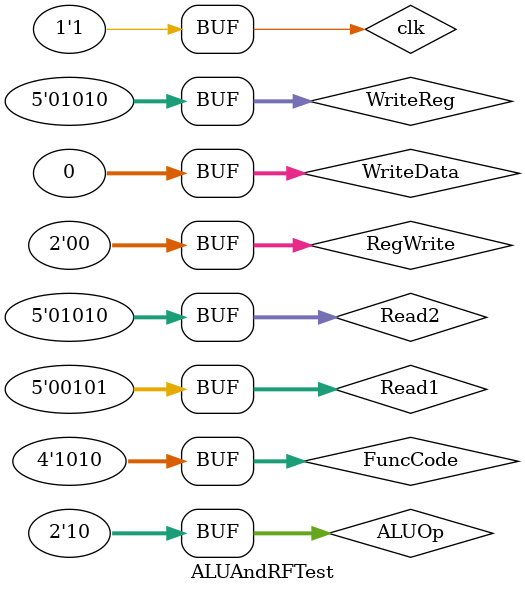
<source format=v>
`timescale 1ns / 1ps


module ALUAndRFTest;

	// Inputs
	reg clk;
	reg [4:0] Read1;
	reg [4:0] Read2;
	reg [4:0] WriteReg;
	reg [1:0] RegWrite;
	reg [31:0] WriteData;
	reg [3:0] FuncCode;
	reg [1:0] ALUOp;

	// Outputs
	wire [1:0]Zero;
	wire [31:0]ALUOut;

	// Instantiate the Unit Under Test (UUT)
	ALUAndRF uut (
		.clk(clk), 
		.Read1(Read1), 
		.Read2(Read2), 
		.WriteReg(WriteReg), 
		.RegWrite(RegWrite), 
		.WriteData(WriteData), 
		.FuncCode(FuncCode), 
		.ALUOp(ALUOp), 
		.Zero(Zero), 
		.ALUOut(ALUOut)
	);
always
	begin
	#50 clk = 0;
	#50 clk = 1;
	end
	initial begin
		// Initialize Inputs
		Read1 = 0;
		Read2 = 0;
		WriteReg = 0;
		RegWrite = 0;
		WriteData = 0;
		FuncCode = 0;
		ALUOp = 0;

		// Wait 100 ns for global reset to finish
		#50;
        
		// Add stimulus here
		Read1 = 5'b00101;
		Read2 = 5'b001010;
		WriteReg = 5'b00101;
		RegWrite = 1;
		WriteData = 32'h55555555;
		
		
		#100;
		Read1 = 5'b00101;
		Read2 = 5'b01010;
		WriteReg = 5'b001010;
		RegWrite = 1;
		WriteData = 32'haaaaaaaa;
		FuncCode = 4'b0000;
		ALUOp = 2'b10;
		
		#100;
		Read1 = 5'b00101;
		Read2 = 5'b01010;
		RegWrite = 0;
		WriteData = 32'h00000000;
		FuncCode = 4'b0000;
		
		#100;
		Read1 = 5'b00101;
		Read2 = 5'b01010;
		FuncCode = 4'b0010;
		
		#100;
		Read1 = 5'b00101;
		Read2 = 5'b01010;
		FuncCode = 4'b0100;
		
		#100;
		Read1 = 5'b00101;
		Read2 = 5'b01010;
		FuncCode = 4'b0101;

		#100;
		Read1 = 5'b00101;
		Read2 = 5'b01010;
		FuncCode = 4'b1010;

	end
      
endmodule


</source>
